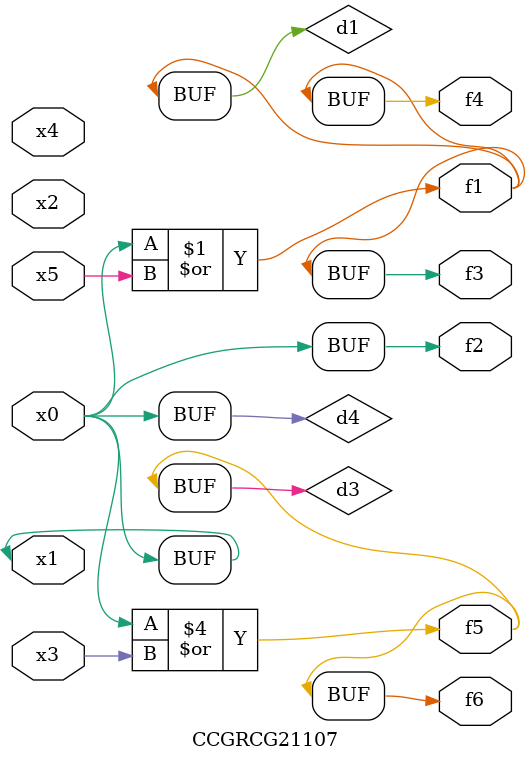
<source format=v>
module CCGRCG21107(
	input x0, x1, x2, x3, x4, x5,
	output f1, f2, f3, f4, f5, f6
);

	wire d1, d2, d3, d4;

	or (d1, x0, x5);
	xnor (d2, x1, x4);
	or (d3, x0, x3);
	buf (d4, x0, x1);
	assign f1 = d1;
	assign f2 = d4;
	assign f3 = d1;
	assign f4 = d1;
	assign f5 = d3;
	assign f6 = d3;
endmodule

</source>
